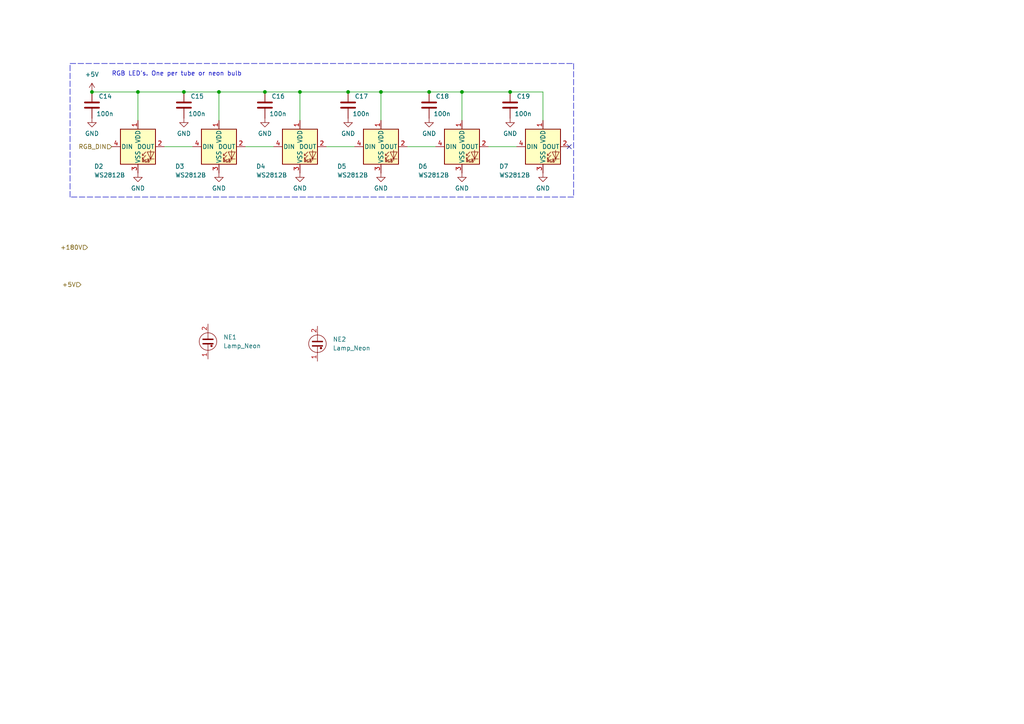
<source format=kicad_sch>
(kicad_sch (version 20210621) (generator eeschema)
  (paper "A4")
  (lib_symbols
    (symbol "Device:C" (pin_numbers hide) (pin_names (offset 0.254))
      (property "Reference" "C" (at 0.635 2.54 0))
      (property "Value" "C" (at 0.635 -2.54 0))
      (symbol "C_0_1"
        (polyline (pts (xy -2.032 -0.762) (xy 2.032 -0.762)) (stroke (width 0.508)))
        (polyline (pts (xy -2.032 0.762) (xy 2.032 0.762)) (stroke (width 0.508)))
      )
      (symbol "C_1_1"
        (pin passive line (at 0 3.81 270) (length 2.794) (name "~") (number "1"))
        (pin passive line (at 0 -3.81 90) (length 2.794) (name "~") (number "2"))
      )
    )
    (symbol "Device:Lamp_Neon" (pin_names (offset 0.0254) hide)
      (property "Reference" "NE" (at 0.635 3.81 0))
      (property "Value" "Lamp_Neon" (at 0.635 -3.81 0))
      (symbol "Lamp_Neon_0_1"
        (circle (center 0 0) (radius 2.54))
        (circle (center 1.016 -1.27) (radius 0.254) (fill (type outline)))
        (rectangle (start -1.524 -0.508) (end 1.524 -0.762) (fill (type outline)))
        (rectangle (start -1.524 0.762) (end 1.524 0.508) (fill (type outline)))
        (polyline (pts (xy 0 -2.54) (xy 0 -0.762)))
        (polyline (pts (xy 0 0.762) (xy 0 2.54)))
      )
      (symbol "Lamp_Neon_1_1"
        (pin passive line (at 0 -5.08 90) (length 2.54) (name "~") (number "1"))
        (pin passive line (at 0 5.08 270) (length 2.54) (name "~") (number "2"))
      )
    )
    (symbol "LED:WS2812B" (pin_names (offset 0.254))
      (property "Reference" "D" (at 5.08 5.715 0))
      (property "Value" "WS2812B" (at 1.27 -5.715 0))
      (symbol "WS2812B_0_0"
        (text "RGB" (at 2.286 -4.191 0) (effects (font (size 0.762 0.762))))
      )
      (symbol "WS2812B_0_1"
        (rectangle (start 5.08 5.08) (end -5.08 -5.08) (stroke (width 0.254)) (fill (type background)))
        (polyline (pts (xy 1.27 -3.556) (xy 1.778 -3.556)))
        (polyline (pts (xy 1.27 -2.54) (xy 1.778 -2.54)))
        (polyline (pts (xy 4.699 -3.556) (xy 2.667 -3.556)))
        (polyline (pts (xy 2.286 -2.54) (xy 1.27 -3.556) (xy 1.27 -3.048)))
        (polyline (pts (xy 2.286 -1.524) (xy 1.27 -2.54) (xy 1.27 -2.032)))
        (polyline (pts (xy 3.683 -1.016) (xy 3.683 -3.556) (xy 3.683 -4.064)))
        (polyline (pts (xy 4.699 -1.524) (xy 2.667 -1.524) (xy 3.683 -3.556) (xy 4.699 -1.524)))
      )
      (symbol "WS2812B_1_1"
        (pin power_in line (at 0 7.62 270) (length 2.54) (name "VDD") (number "1"))
        (pin output line (at 7.62 0 180) (length 2.54) (name "DOUT") (number "2"))
        (pin power_in line (at 0 -7.62 90) (length 2.54) (name "VSS") (number "3"))
        (pin input line (at -7.62 0 0) (length 2.54) (name "DIN") (number "4"))
      )
    )
    (symbol "power:+5V" (power) (pin_names (offset 0))
      (property "Value" "+5V" (at 0 3.556 0))
      (symbol "+5V_0_1"
        (polyline (pts (xy -0.762 1.27) (xy 0 2.54)))
        (polyline (pts (xy 0 0) (xy 0 2.54)))
        (polyline (pts (xy 0 2.54) (xy 0.762 1.27)))
      )
      (symbol "+5V_1_1"
        (pin power_in line (at 0 0 90) (length 0) hide (name "+5V") (number "1"))
      )
    )
    (symbol "power:GND" (power) (pin_names (offset 0))
      (property "Value" "GND" (at 0 -3.81 0))
      (symbol "GND_0_1"
        (polyline (pts (xy 0 0) (xy 0 -1.27) (xy 1.27 -1.27) (xy 0 -2.54) (xy -1.27 -1.27) (xy 0 -1.27)))
      )
      (symbol "GND_1_1"
        (pin power_in line (at 0 0 270) (length 0) hide (name "GND") (number "1"))
      )
    )
  )
  (junction (at 26.67 26.67) (diameter 0.9144))
  (junction (at 40.005 26.67) (diameter 0.9144))
  (junction (at 53.34 26.67) (diameter 0.9144))
  (junction (at 63.5 26.67) (diameter 0.9144))
  (junction (at 76.835 26.67) (diameter 0.9144))
  (junction (at 86.995 26.67) (diameter 0.9144))
  (junction (at 100.965 26.67) (diameter 0.9144))
  (junction (at 110.49 26.67) (diameter 0.9144))
  (junction (at 124.46 26.67) (diameter 0.9144))
  (junction (at 133.985 26.67) (diameter 0.9144))
  (junction (at 147.955 26.67) (diameter 0.9144))
  (no_connect (at 165.1 42.545))
  (wire (pts (xy 26.67 26.67) (xy 40.005 26.67)))
  (wire (pts (xy 40.005 26.67) (xy 40.005 34.925)))
  (wire (pts (xy 40.005 26.67) (xy 53.34 26.67)))
  (wire (pts (xy 55.88 42.545) (xy 47.625 42.545)))
  (wire (pts (xy 63.5 26.67) (xy 53.34 26.67)))
  (wire (pts (xy 63.5 26.67) (xy 76.835 26.67)))
  (wire (pts (xy 63.5 34.925) (xy 63.5 26.67)))
  (wire (pts (xy 76.835 26.67) (xy 86.995 26.67)))
  (wire (pts (xy 79.375 42.545) (xy 71.12 42.545)))
  (wire (pts (xy 86.995 26.67) (xy 86.995 34.925)))
  (wire (pts (xy 86.995 26.67) (xy 100.965 26.67)))
  (wire (pts (xy 100.965 26.67) (xy 110.49 26.67)))
  (wire (pts (xy 102.87 42.545) (xy 94.615 42.545)))
  (wire (pts (xy 110.49 26.67) (xy 110.49 34.925)))
  (wire (pts (xy 110.49 26.67) (xy 124.46 26.67)))
  (wire (pts (xy 124.46 26.67) (xy 133.985 26.67)))
  (wire (pts (xy 126.365 42.545) (xy 118.11 42.545)))
  (wire (pts (xy 133.985 26.67) (xy 133.985 34.925)))
  (wire (pts (xy 133.985 26.67) (xy 147.955 26.67)))
  (wire (pts (xy 147.955 26.67) (xy 157.48 26.67)))
  (wire (pts (xy 149.86 42.545) (xy 141.605 42.545)))
  (wire (pts (xy 157.48 26.67) (xy 157.48 34.925)))
  (polyline (pts (xy 20.32 18.415) (xy 166.37 18.415)) (stroke (width 0) (type dash)))
  (polyline (pts (xy 20.32 57.15) (xy 20.32 18.415)) (stroke (width 0) (type dash)))
  (polyline (pts (xy 166.37 18.415) (xy 166.37 57.15)) (stroke (width 0) (type dash)))
  (polyline (pts (xy 166.37 57.15) (xy 20.32 57.15)) (stroke (width 0) (type dash)))
  (text "RGB LED's. One per tube or neon bulb" (at 32.385 22.225 0) (effects (font (size 1.27 1.27)) (justify left bottom)))
  (hierarchical_label "+5V" (shape input) (at 23.495 82.55 180))
  (hierarchical_label "+180V" (shape input) (at 25.4 71.755 180))
  (hierarchical_label "RGB_DIN" (shape input) (at 32.385 42.545 180))
  (symbol (lib_id "power:+5V") (at 26.67 26.67 0) (unit 1)
    (property "Reference" "#PWR027" (effects hide))
    (property "Value" "+5V" (at 26.67 21.59 0))
  )
  (symbol (lib_id "power:GND") (at 26.67 34.29 0) (unit 1)
    (property "Reference" "#PWR028" (effects hide))
    (property "Value" "GND" (at 26.67 38.735 0))
  )
  (symbol (lib_id "power:GND") (at 40.005 50.165 0) (unit 1)
    (property "Reference" "#PWR029" (effects hide))
    (property "Value" "GND" (at 40.005 54.61 0))
  )
  (symbol (lib_id "power:GND") (at 53.34 34.29 0) (unit 1)
    (property "Reference" "#PWR030" (effects hide))
    (property "Value" "GND" (at 53.34 38.735 0))
  )
  (symbol (lib_id "power:GND") (at 63.5 50.165 0) (unit 1)
    (property "Reference" "#PWR031" (effects hide))
    (property "Value" "GND" (at 63.5 54.61 0))
  )
  (symbol (lib_id "power:GND") (at 76.835 34.29 0) (unit 1)
    (property "Reference" "#PWR032" (effects hide))
    (property "Value" "GND" (at 76.835 38.735 0))
  )
  (symbol (lib_id "power:GND") (at 86.995 50.165 0) (unit 1)
    (property "Reference" "#PWR033" (effects hide))
    (property "Value" "GND" (at 86.995 54.61 0))
  )
  (symbol (lib_id "power:GND") (at 100.965 34.29 0) (unit 1)
    (property "Reference" "#PWR034" (effects hide))
    (property "Value" "GND" (at 100.965 38.735 0))
  )
  (symbol (lib_id "power:GND") (at 110.49 50.165 0) (unit 1)
    (property "Reference" "#PWR035" (effects hide))
    (property "Value" "GND" (at 110.49 54.61 0))
  )
  (symbol (lib_id "power:GND") (at 124.46 34.29 0) (unit 1)
    (property "Reference" "#PWR036" (effects hide))
    (property "Value" "GND" (at 124.46 38.735 0))
  )
  (symbol (lib_id "power:GND") (at 133.985 50.165 0) (unit 1)
    (property "Reference" "#PWR037" (effects hide))
    (property "Value" "GND" (at 133.985 54.61 0))
  )
  (symbol (lib_id "power:GND") (at 147.955 34.29 0) (unit 1)
    (property "Reference" "#PWR038" (effects hide))
    (property "Value" "GND" (at 147.955 38.735 0))
  )
  (symbol (lib_id "power:GND") (at 157.48 50.165 0) (unit 1)
    (property "Reference" "#PWR039" (effects hide))
    (property "Value" "GND" (at 157.48 54.61 0))
  )
  (symbol (lib_id "Device:C") (at 26.67 30.48 0) (unit 1)
    (property "Reference" "C14" (at 28.575 27.94 0) (effects (justify left)))
    (property "Value" "100n" (at 27.94 33.02 0) (effects (justify left)))
    (property "Footprint" "Capacitor_SMD:C_0402_1005Metric" (effects hide))
    (property "Field4" "Farnell" (effects hide))
    (property "Field5" "2611911" (effects hide))
    (property "Field6" "RM EMK105 B7104KV-F" (effects hide))
    (property "Field7" "TAIYO YUDEN EUROPE GMBH" (effects hide))
    (property "Part Description" "	0.1uF 10% 16V Ceramic Capacitor X7R 0402 (1005 Metric)" (effects hide))
    (property "Field8" "110091611" (effects hide))
  )
  (symbol (lib_id "Device:C") (at 53.34 30.48 0) (unit 1)
    (property "Reference" "C15" (at 55.245 27.94 0) (effects (justify left)))
    (property "Value" "100n" (at 54.61 33.02 0) (effects (justify left)))
    (property "Footprint" "Capacitor_SMD:C_0402_1005Metric" (effects hide))
    (property "Field4" "Farnell" (effects hide))
    (property "Field5" "2611911" (effects hide))
    (property "Field6" "RM EMK105 B7104KV-F" (effects hide))
    (property "Field7" "TAIYO YUDEN EUROPE GMBH" (effects hide))
    (property "Part Description" "	0.1uF 10% 16V Ceramic Capacitor X7R 0402 (1005 Metric)" (effects hide))
    (property "Field8" "110091611" (effects hide))
  )
  (symbol (lib_id "Device:C") (at 76.835 30.48 0) (unit 1)
    (property "Reference" "C16" (at 78.74 27.94 0) (effects (justify left)))
    (property "Value" "100n" (at 78.105 33.02 0) (effects (justify left)))
    (property "Footprint" "Capacitor_SMD:C_0402_1005Metric" (effects hide))
    (property "Field4" "Farnell" (effects hide))
    (property "Field5" "2611911" (effects hide))
    (property "Field6" "RM EMK105 B7104KV-F" (effects hide))
    (property "Field7" "TAIYO YUDEN EUROPE GMBH" (effects hide))
    (property "Part Description" "	0.1uF 10% 16V Ceramic Capacitor X7R 0402 (1005 Metric)" (effects hide))
    (property "Field8" "110091611" (effects hide))
  )
  (symbol (lib_id "Device:C") (at 100.965 30.48 0) (unit 1)
    (property "Reference" "C17" (at 102.87 27.94 0) (effects (justify left)))
    (property "Value" "100n" (at 102.235 33.02 0) (effects (justify left)))
    (property "Footprint" "Capacitor_SMD:C_0402_1005Metric" (effects hide))
    (property "Field4" "Farnell" (effects hide))
    (property "Field5" "2611911" (effects hide))
    (property "Field6" "RM EMK105 B7104KV-F" (effects hide))
    (property "Field7" "TAIYO YUDEN EUROPE GMBH" (effects hide))
    (property "Part Description" "	0.1uF 10% 16V Ceramic Capacitor X7R 0402 (1005 Metric)" (effects hide))
    (property "Field8" "110091611" (effects hide))
  )
  (symbol (lib_id "Device:C") (at 124.46 30.48 0) (unit 1)
    (property "Reference" "C18" (at 126.365 27.94 0) (effects (justify left)))
    (property "Value" "100n" (at 125.73 33.02 0) (effects (justify left)))
    (property "Footprint" "Capacitor_SMD:C_0402_1005Metric" (effects hide))
    (property "Field4" "Farnell" (effects hide))
    (property "Field5" "2611911" (effects hide))
    (property "Field6" "RM EMK105 B7104KV-F" (effects hide))
    (property "Field7" "TAIYO YUDEN EUROPE GMBH" (effects hide))
    (property "Part Description" "	0.1uF 10% 16V Ceramic Capacitor X7R 0402 (1005 Metric)" (effects hide))
    (property "Field8" "110091611" (effects hide))
  )
  (symbol (lib_id "Device:C") (at 147.955 30.48 0) (unit 1)
    (property "Reference" "C19" (at 149.86 27.94 0) (effects (justify left)))
    (property "Value" "100n" (at 149.225 33.02 0) (effects (justify left)))
    (property "Footprint" "Capacitor_SMD:C_0402_1005Metric" (effects hide))
    (property "Field4" "Farnell" (effects hide))
    (property "Field5" "2611911" (effects hide))
    (property "Field6" "RM EMK105 B7104KV-F" (effects hide))
    (property "Field7" "TAIYO YUDEN EUROPE GMBH" (effects hide))
    (property "Part Description" "	0.1uF 10% 16V Ceramic Capacitor X7R 0402 (1005 Metric)" (effects hide))
    (property "Field8" "110091611" (effects hide))
  )
  (symbol (lib_id "Device:Lamp_Neon") (at 60.325 99.06 0) (unit 1)
    (property "Reference" "NE1" (at 64.77 97.7899 0) (effects (justify left)))
    (property "Value" "Lamp_Neon" (at 64.77 100.3299 0) (effects (justify left)))
  )
  (symbol (lib_id "Device:Lamp_Neon") (at 92.075 99.695 0) (unit 1)
    (property "Reference" "NE2" (at 96.52 98.4249 0) (effects (justify left)))
    (property "Value" "Lamp_Neon" (at 96.52 100.9649 0) (effects (justify left)))
  )
  (symbol (lib_id "LED:WS2812B") (at 40.005 42.545 0) (unit 1)
    (property "Reference" "D2" (at 27.305 48.2599 0) (effects (justify left)))
    (property "Value" "WS2812B" (at 27.305 50.7999 0) (effects (justify left)))
    (property "Footprint" "LED_SMD:LED_WS2812B_PLCC4_5.0x5.0mm_P3.2mm" (effects hide))
    (property "Datasheet" "https://cdn-shop.adafruit.com/datasheets/WS2812B.pdf" (effects hide))
  )
  (symbol (lib_id "LED:WS2812B") (at 63.5 42.545 0) (unit 1)
    (property "Reference" "D3" (at 50.8 48.2599 0) (effects (justify left)))
    (property "Value" "WS2812B" (at 50.8 50.7999 0) (effects (justify left)))
    (property "Footprint" "LED_SMD:LED_WS2812B_PLCC4_5.0x5.0mm_P3.2mm" (effects hide))
    (property "Datasheet" "https://cdn-shop.adafruit.com/datasheets/WS2812B.pdf" (effects hide))
  )
  (symbol (lib_id "LED:WS2812B") (at 86.995 42.545 0) (unit 1)
    (property "Reference" "D4" (at 74.295 48.2599 0) (effects (justify left)))
    (property "Value" "WS2812B" (at 74.295 50.7999 0) (effects (justify left)))
    (property "Footprint" "LED_SMD:LED_WS2812B_PLCC4_5.0x5.0mm_P3.2mm" (effects hide))
    (property "Datasheet" "https://cdn-shop.adafruit.com/datasheets/WS2812B.pdf" (effects hide))
  )
  (symbol (lib_id "LED:WS2812B") (at 110.49 42.545 0) (unit 1)
    (property "Reference" "D5" (at 97.79 48.2599 0) (effects (justify left)))
    (property "Value" "WS2812B" (at 97.79 50.7999 0) (effects (justify left)))
    (property "Footprint" "LED_SMD:LED_WS2812B_PLCC4_5.0x5.0mm_P3.2mm" (effects hide))
    (property "Datasheet" "https://cdn-shop.adafruit.com/datasheets/WS2812B.pdf" (effects hide))
  )
  (symbol (lib_id "LED:WS2812B") (at 133.985 42.545 0) (unit 1)
    (property "Reference" "D6" (at 121.285 48.2599 0) (effects (justify left)))
    (property "Value" "WS2812B" (at 121.285 50.7999 0) (effects (justify left)))
    (property "Footprint" "LED_SMD:LED_WS2812B_PLCC4_5.0x5.0mm_P3.2mm" (effects hide))
    (property "Datasheet" "https://cdn-shop.adafruit.com/datasheets/WS2812B.pdf" (effects hide))
  )
  (symbol (lib_id "LED:WS2812B") (at 157.48 42.545 0) (unit 1)
    (property "Reference" "D7" (at 144.78 48.2599 0) (effects (justify left)))
    (property "Value" "WS2812B" (at 144.78 50.7999 0) (effects (justify left)))
    (property "Footprint" "LED_SMD:LED_WS2812B_PLCC4_5.0x5.0mm_P3.2mm" (effects hide))
    (property "Datasheet" "https://cdn-shop.adafruit.com/datasheets/WS2812B.pdf" (effects hide))
  )
)
</source>
